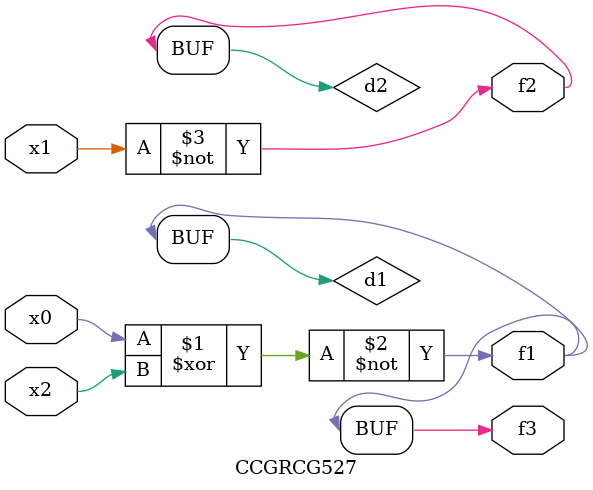
<source format=v>
module CCGRCG527(
	input x0, x1, x2,
	output f1, f2, f3
);

	wire d1, d2, d3;

	xnor (d1, x0, x2);
	nand (d2, x1);
	nor (d3, x1, x2);
	assign f1 = d1;
	assign f2 = d2;
	assign f3 = d1;
endmodule

</source>
